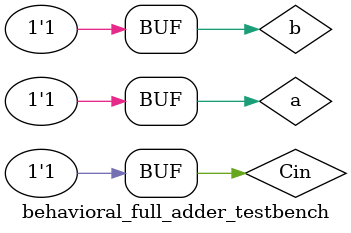
<source format=sv>
`timescale 1ns / 1ps


module behavioral_full_adder_testbench();
    logic a, b, Cin;
    logic sum, Cout;

    behavioral_full_adder dut( a, b, Cin, sum, Cout);
   
    initial begin
        a = 0; b = 0; Cin = 0; #10;
        if ( sum != 0 || Cout != 0) $display("000 failed");
        Cin = 1; #10;
        if ( sum != 1 || Cout != 0) $display("001 failed");
        b = 1; Cin = 0; #10;
        if ( sum != 1 || Cout != 0) $display("010 failed");
        Cin = 1; #10;
        if ( sum != 0 || Cout != 1) $display("011 failed");
        a = 1; b = 0; Cin = 0; #10;
        if ( sum != 1 || Cout != 0) $display("100 failed");
        Cin = 1; #10;
        if ( sum != 0 || Cout != 1) $display("101 failed");
        b = 1; Cin = 0; #10;
        if ( sum != 0 || Cout != 1) $display("110 failed");
        Cin = 1; #10;
        if ( sum != 1 || Cout != 1) $display("111 failed");
        end

endmodule

</source>
